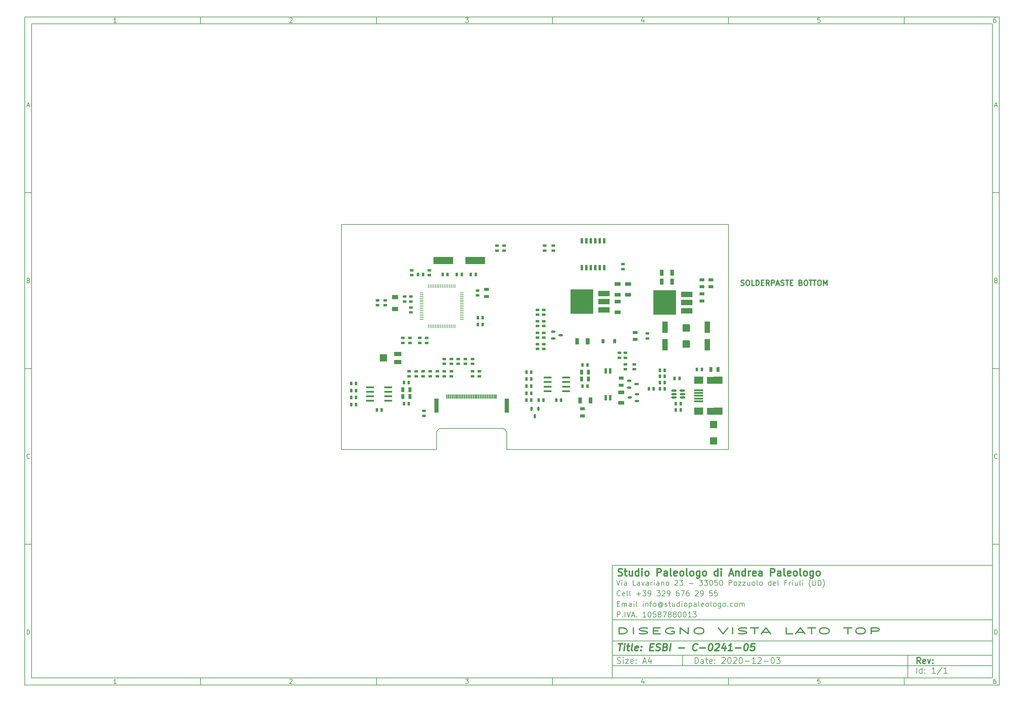
<source format=gbp>
G04 CAM350  V5.0 Date:  Thu Dec  3 11:13:47 2020 *
G04 Database: (Untitled) *
G04 Layer 3: c-0241-05-b_pas *
%FSLAX46Y46*%
%MOMM*%
%SFA1.000B1.000*%

%MIA0B0*%
%IPPOS*%
%ADD11C,0.15000*%
%ADD12C,0.34000*%
%ADD13C,0.40000*%
%ADD15C,0.30000*%
%ADD19R,0.80000X1.50000*%
%ADD20O,1.30000X0.60000*%
%ADD21R,0.72000X0.99000*%
%ADD22R,0.95000X1.45000*%
%ADD23R,0.25000X1.00000*%
%ADD24R,1.00000X0.25000*%
%ADD27R,0.99000X0.72000*%
%ADD30R,1.80000X1.05000*%
%ADD31R,1.05000X1.80000*%
%ADD32R,1.60000X3.20000*%
%ADD33R,1.45000X0.95000*%
%ADD34R,2.10000X2.10000*%
%ADD35R,3.20000X1.60000*%
%ADD36R,6.50000X7.00000*%
%ADD38R,0.30000X1.20000*%
%ADD44O,1.60000X0.60000*%
%ADD45R,5.60000X2.10000*%
%ADD46R,1.75000X1.15000*%
%ADD47R,0.90000X1.20000*%
%ADD49O,0.60000X1.30000*%
%ADD52R,1.20000X1.50000*%
%ADD53R,2.00000X2.00000*%
%ADD54R,2.00000X1.30000*%
%ADD55R,2.50000X0.50000*%
%ADD56R,2.50000X2.00000*%
%ADD59R,2.20000X0.60000*%
%LNc-0241-05-b_pas*%
G54D11*
%LPD*%
G36*
X26400000Y14400000D02*
G01X27600000D01*
Y10500000*
X26400000*
Y14400000*
G37*
G36*
X46400000D02*
G01X47600000D01*
Y10500000*
X46400000*
Y14400000*
G37*
G36*
X103900000Y20650000D02*
G01X108250000D01*
Y18650000*
X103900000*
Y20650000*
G37*
G36*
Y11850000D02*
G01X108250000D01*
Y9850000*
X103900000*
Y11850000*
G37*
G36*
X96950000Y35337500D02*
G01X96953986Y35383082D01*
X96965830Y35427280*
X96985168Y35468750*
X97011412Y35506230*
X97043768Y35538586*
X97081250Y35564830*
X97122718Y35584168*
X97166916Y35596012*
X97212500Y35600000*
X98787500*
X98833082Y35596012*
X98877280Y35584168*
X98918750Y35564830*
X98956230Y35538586*
X98988586Y35506230*
X99014830Y35468750*
X99034168Y35427280*
X99046012Y35383082*
X99050000Y35337500*
Y33762500*
X99046012Y33716916*
X99034168Y33672718*
X99014830Y33631250*
X98988586Y33593768*
X98956230Y33561412*
X98918750Y33535168*
X98877280Y33515830*
X98833082Y33503986*
X98787500Y33500000*
X97212500*
X97166916Y33503986*
X97122718Y33515830*
X97081250Y33535168*
X97043768Y33561412*
X97011412Y33593768*
X96985168Y33631250*
X96965830Y33672718*
X96953986Y33716916*
X96950000Y33762500*
Y35337500*
G37*
G36*
Y30737500D02*
G01X96953986Y30783082D01*
X96965830Y30827280*
X96985168Y30868750*
X97011412Y30906230*
X97043768Y30938586*
X97081250Y30964830*
X97122718Y30984168*
X97166916Y30996012*
X97212500Y31000000*
X98787500*
X98833082Y30996012*
X98877280Y30984168*
X98918750Y30964830*
X98956230Y30938586*
X98988586Y30906230*
X99014830Y30868750*
X99034168Y30827280*
X99046012Y30783082*
X99050000Y30737500*
Y29162500*
X99046012Y29116916*
X99034168Y29072718*
X99014830Y29031250*
X98988586Y28993768*
X98956230Y28961412*
X98918750Y28935168*
X98877280Y28915830*
X98833082Y28903986*
X98787500Y28900000*
X97212500*
X97166916Y28903986*
X97122718Y28915830*
X97081250Y28935168*
X97043768Y28961412*
X97011412Y28993768*
X96985168Y29031250*
X96965830Y29072718*
X96953986Y29116916*
X96950000Y29162500*
Y30737500*
G37*
G36*
X66475000Y31518750D02*
G01X66476992Y31541540D01*
X66482914Y31563640*
X66492584Y31584374*
X66505706Y31603114*
X66521884Y31619292*
X66540624Y31632414*
X66561358Y31642084*
X66583458Y31648006*
X66606250Y31650000*
X67393750*
X67416540Y31648006*
X67438640Y31642084*
X67459374Y31632414*
X67478114Y31619292*
X67494292Y31603114*
X67507414Y31584374*
X67517084Y31563640*
X67523006Y31541540*
X67525000Y31518750*
Y29981250*
X67523006Y29958458*
X67517084Y29936358*
X67507414Y29915624*
X67494292Y29896884*
X67478114Y29880706*
X67459374Y29867584*
X67438640Y29857914*
X67416540Y29851992*
X67393750Y29850000*
X66606250*
X66583458Y29851992*
X66561358Y29857914*
X66540624Y29867584*
X66521884Y29880706*
X66505706Y29896884*
X66492584Y29915624*
X66482914Y29936358*
X66476992Y29958458*
X66475000Y29981250*
Y31518750*
G37*
G36*
X69475000D02*
G01X69476992Y31541540D01*
X69482914Y31563640*
X69492584Y31584374*
X69505706Y31603114*
X69521884Y31619292*
X69540624Y31632414*
X69561358Y31642084*
X69583458Y31648006*
X69606250Y31650000*
X70393750*
X70416540Y31648006*
X70438640Y31642084*
X70459374Y31632414*
X70478114Y31619292*
X70494292Y31603114*
X70507414Y31584374*
X70517084Y31563640*
X70523006Y31541540*
X70525000Y31518750*
Y29981250*
X70523006Y29958458*
X70517084Y29936358*
X70507414Y29915624*
X70494292Y29896884*
X70478114Y29880706*
X70459374Y29867584*
X70438640Y29857914*
X70416540Y29851992*
X70393750Y29850000*
X69606250*
X69583458Y29851992*
X69561358Y29857914*
X69540624Y29867584*
X69521884Y29880706*
X69505706Y29896884*
X69492584Y29915624*
X69482914Y29936358*
X69476992Y29958458*
X69475000Y29981250*
Y31518750*
G37*
G54D19*
X75115000Y22300000D03*
X76385000D03*
Y14700000D03*
X75115000D03*
G54D20*
X81950000Y14750000D03*
X84050000Y13800000D03*
Y15700000D03*
G54D21*
X2810000Y16750000D03*
X4190000D03*
Y14750000D03*
X2810000D03*
G54D22*
X17500000Y17000000D03*
X19500000D03*
G54D21*
X4190000Y18750000D03*
X2810000D03*
G54D22*
X17500000Y15000000D03*
X19500000D03*
G54D21*
X4190000Y12750000D03*
X2810000D03*
X11440000Y11250000D03*
X10060000D03*
X17810000Y13000000D03*
X19190000D03*
Y19000000D03*
X17810000D03*
G54D23*
X24750000Y46450000D03*
X25250000D03*
X25750000D03*
X26250000D03*
X26750000D03*
X27250000D03*
X27750000D03*
X28250000D03*
X28750000D03*
X29250000D03*
X29750000D03*
X30250000D03*
X30750000D03*
X31250000D03*
X31750000D03*
X32250000D03*
G54D24*
X34200000Y44500000D03*
Y44000000D03*
Y43500000D03*
Y43000000D03*
Y42500000D03*
Y42000000D03*
Y41500000D03*
Y41000000D03*
Y40500000D03*
Y40000000D03*
Y39500000D03*
Y39000000D03*
Y38500000D03*
Y38000000D03*
Y37500000D03*
Y37000000D03*
G54D23*
X32250000Y35050000D03*
X31750000D03*
X31250000D03*
X30750000D03*
X30250000D03*
X29750000D03*
X29250000D03*
X28750000D03*
X28250000D03*
X27750000D03*
X27250000D03*
X26750000D03*
X26250000D03*
X25750000D03*
X25250000D03*
X24750000D03*
G54D24*
X22800000Y37000000D03*
Y37500000D03*
Y38000000D03*
Y38500000D03*
Y39000000D03*
Y39500000D03*
Y40000000D03*
Y40500000D03*
Y41000000D03*
Y41500000D03*
Y42000000D03*
Y42500000D03*
Y43000000D03*
Y43500000D03*
Y44000000D03*
Y44500000D03*
G54D27*
X25250000Y20810000D03*
Y22190000D03*
G54D30*
X81500000Y44000000D03*
Y47000000D03*
G54D31*
X91000000Y50250000D03*
X94000000D03*
G54D32*
X92000000Y29750000D03*
Y34750000D03*
X104000000D03*
Y29750000D03*
G54D31*
X91000000Y47750000D03*
X94000000D03*
G54D30*
X78500000Y42000000D03*
Y39000000D03*
Y44000000D03*
Y47000000D03*
G54D33*
X102500000Y44250000D03*
Y42250000D03*
X105000000Y46250000D03*
Y48250000D03*
X102500000D03*
Y46250000D03*
G54D34*
X105750000Y7050000D03*
Y2450000D03*
G54D35*
X74650000Y42000000D03*
G54D36*
X68375000D03*
G54D35*
X74625000Y39700000D03*
Y44300000D03*
X98125000Y44050000D03*
Y39450000D03*
G54D36*
X91875000Y41750000D03*
G54D35*
X98150000D03*
G54D22*
X105000000Y22750000D03*
X107000000D03*
G54D44*
X96900000Y16700000D03*
X96950000Y15750000D03*
Y14800000D03*
X94550000D03*
Y16700000D03*
Y15750000D03*
G54D45*
X29000000Y53750000D03*
X38000000D03*
G54D27*
X23500000Y9560000D03*
Y10940000D03*
X39250000Y20810000D03*
Y22190000D03*
X35250000Y25690000D03*
Y24310000D03*
X31250000Y20810000D03*
Y22190000D03*
X37250000Y20810000D03*
Y22190000D03*
X29250000Y25690000D03*
Y24310000D03*
X37250000D03*
Y25690000D03*
X31250000Y24310000D03*
Y25690000D03*
X33250000Y24310000D03*
Y25690000D03*
X29250000Y22190000D03*
Y20810000D03*
X19250000D03*
Y22190000D03*
X23250000Y20810000D03*
Y22190000D03*
X27250000Y20810000D03*
Y22190000D03*
X21250000Y20810000D03*
Y22190000D03*
X55750000Y39690000D03*
Y38310000D03*
Y35060000D03*
Y36440000D03*
Y29940000D03*
Y28560000D03*
X79000000Y26060000D03*
Y27440000D03*
X18000000Y43440000D03*
Y42060000D03*
X22250000Y30310000D03*
Y31690000D03*
G54D21*
X38810000Y35500000D03*
X40190000D03*
G54D33*
X41250000Y45500000D03*
Y43500000D03*
G54D27*
X83250000Y24190000D03*
Y22810000D03*
X24250000Y31690000D03*
Y30310000D03*
G54D21*
X40190000Y37500000D03*
X38810000D03*
G54D27*
X38750000Y45190000D03*
Y43810000D03*
X19750000Y42060000D03*
Y43440000D03*
G54D46*
X15250000Y43300000D03*
Y39900000D03*
G54D47*
X74350000Y30750000D03*
X77650000D03*
G54D49*
X55000000Y9450000D03*
X55950000Y11550000D03*
X54050000D03*
G54D20*
X60200000Y31550000D03*
Y33450000D03*
X62300000Y32500000D03*
G54D27*
X57500000Y38310000D03*
Y39690000D03*
Y36440000D03*
Y35060000D03*
Y29940000D03*
Y28560000D03*
X80750000Y26060000D03*
Y27440000D03*
Y24190000D03*
Y22810000D03*
G54D21*
X52560000Y14000000D03*
X53940000D03*
X56060000D03*
X57440000D03*
G54D27*
X17500000Y31690000D03*
Y30310000D03*
X19500000Y31690000D03*
Y30310000D03*
G54D33*
X83500000Y33250000D03*
Y31250000D03*
G54D27*
X19750000Y40340000D03*
Y38960000D03*
X55750000Y31810000D03*
Y33190000D03*
X57500000Y31810000D03*
Y33190000D03*
X87000000Y32940000D03*
Y31560000D03*
G54D38*
X44000000Y15000000D03*
X43500000D03*
X43000000D03*
X42500000D03*
X42000000D03*
X41500000D03*
X41000000D03*
X40500000D03*
X40000000D03*
X39500000D03*
X39000000D03*
X38500000D03*
X38000000D03*
X37500000D03*
X37000000D03*
X36500000D03*
X36000000D03*
X35500000D03*
X35000000D03*
X34500000D03*
X34000000D03*
X33500000D03*
X33000000D03*
X32500000D03*
X32000000D03*
X31500000D03*
X31000000D03*
X30500000D03*
X30000000D03*
G54D52*
X47000000Y13650000D03*
X27000000D03*
G54D53*
X12000000Y26000000D03*
G54D54*
X16000000Y24850000D03*
Y27150000D03*
G54D21*
X88790000Y17250000D03*
X87410000D03*
X90510000Y20750000D03*
X91890000D03*
G54D27*
X46250000Y57940000D03*
Y56560000D03*
G54D21*
X94710000Y20200000D03*
X96090000D03*
X102440000Y22750000D03*
X101060000D03*
X30190000Y49750000D03*
X28810000D03*
X38190000D03*
X36810000D03*
G54D27*
X20000000Y49560000D03*
Y50940000D03*
X25000000D03*
Y49560000D03*
G54D21*
X61060000Y14000000D03*
X62440000D03*
X68560000Y24000000D03*
X69940000D03*
Y18000000D03*
X68560000D03*
G54D55*
X101500000Y16850000D03*
Y13650000D03*
Y14450000D03*
Y15250000D03*
Y16050000D03*
G54D56*
X107000000Y19650000D03*
Y10850000D03*
X101500000D03*
Y19650000D03*
G54D21*
X90510000Y22500000D03*
X91890000D03*
X96440000Y13000000D03*
X95060000D03*
Y11250000D03*
X96440000D03*
G54D27*
X44250000Y56560000D03*
Y57940000D03*
G54D21*
X91890000Y19000000D03*
X90510000D03*
X32810000Y49750000D03*
X34190000D03*
X21810000D03*
X23190000D03*
G54D27*
X80000000Y52690000D03*
Y51310000D03*
X60250000Y56560000D03*
Y57940000D03*
X57750000Y56560000D03*
Y57940000D03*
G54D21*
X90510000Y17250000D03*
X91890000D03*
G54D22*
X70250000Y22000000D03*
X68250000D03*
X70250000Y20000000D03*
X68250000D03*
G54D21*
X52560000Y16000000D03*
X53940000D03*
X52560000Y18000000D03*
X53940000D03*
X52560000Y22000000D03*
X53940000D03*
Y20000000D03*
X52560000D03*
G54D19*
X74675000Y51700000D03*
X73405000D03*
Y59300000D03*
X74675000D03*
X70865000Y51700000D03*
X72135000D03*
X70865000Y59300000D03*
X72135000D03*
X69595000Y51700000D03*
X68325000Y59300000D03*
X69595000D03*
X68325000Y51700000D03*
G54D33*
X79500000Y20250000D03*
Y18250000D03*
X68525000Y9550000D03*
Y11550000D03*
G54D30*
X79500000Y16250000D03*
Y13250000D03*
G54D31*
X67800000Y13950000D03*
X70800000D03*
G54D27*
X12500000Y41000000D03*
Y42380000D03*
X10250000D03*
Y41000000D03*
G54D20*
X81850000Y17600000D03*
Y19500000D03*
X83950000Y18550000D03*
G54D59*
X13350000Y13840000D03*
Y15110000D03*
Y16390000D03*
Y17660000D03*
X8150000D03*
Y16390000D03*
Y15110000D03*
Y13840000D03*
X58650000Y16590000D03*
Y17860000D03*
Y19140000D03*
Y20410000D03*
X63850000D03*
Y19140000D03*
Y17860000D03*
Y16590000D03*
G54D11*
X77002200Y-33007200D02*
G01Y-65007200D01*
X185002200*
Y-33007200*
X77002200*
X-90000000Y123000000D02*
G01Y-67007200D01*
X187002200*
Y123000000*
X-90000000*
X-88000000Y121000000D02*
G01Y-65007200D01*
X185002200*
Y121000000*
X-88000000*
X-40000000D02*
G01Y123000000D01*
X10000000Y121000000D02*
G01Y123000000D01*
X60000000Y121000000D02*
G01Y123000000D01*
X110000000Y121000000D02*
G01Y123000000D01*
X160000000Y121000000D02*
G01Y123000000D01*
X-63934524Y121411906D02*
G01X-64677382D01*
X-64305954D02*
G01Y122711906D01*
X-64429762Y122526192*
X-64553572Y122402382*
X-64677382Y122340478*
X-14677382Y122588096D02*
G01X-14615478Y122650000D01*
X-14491668Y122711906*
X-14182144*
X-14058334Y122650000*
X-13996430Y122588096*
X-13934524Y122464286*
Y122340478*
X-13996430Y122154762*
X-14739286Y121411906*
X-13934524*
X35260714Y122711906D02*
G01X36065476D01*
X35632142Y122216668*
X35817858*
X35941666Y122154762*
X36003572Y122092858*
X36065476Y121969048*
Y121659524*
X36003572Y121535716*
X35941666Y121473810*
X35817858Y121411906*
X35446428*
X35322620Y121473810*
X35260714Y121535716*
X85941666Y122278572D02*
G01Y121411906D01*
X85632142Y122773810D02*
G01X85322620Y121845240D01*
X86127380*
X136003572Y122711906D02*
G01X135384524D01*
X135322620Y122092858*
X135384524Y122154762*
X135508334Y122216668*
X135817858*
X135941666Y122154762*
X136003572Y122092858*
X136065476Y121969048*
Y121659524*
X136003572Y121535716*
X135941666Y121473810*
X135817858Y121411906*
X135508334*
X135384524Y121473810*
X135322620Y121535716*
X185941666Y122711906D02*
G01X185694048D01*
X185570238Y122650000*
X185508334Y122588096*
X185384524Y122402382*
X185322620Y122154762*
Y121659524*
X185384524Y121535716*
X185446428Y121473810*
X185570238Y121411906*
X185817858*
X185941666Y121473810*
X186003572Y121535716*
X186065476Y121659524*
Y121969048*
X186003572Y122092858*
X185941666Y122154762*
X185817858Y122216668*
X185570238*
X185446428Y122154762*
X185384524Y122092858*
X185322620Y121969048*
X-40000000Y-65007200D02*
G01Y-67007200D01*
X10000000Y-65007200D02*
G01Y-67007200D01*
X60000000Y-65007200D02*
G01Y-67007200D01*
X110000000Y-65007200D02*
G01Y-67007200D01*
X160000000Y-65007200D02*
G01Y-67007200D01*
X-63934524Y-66595294D02*
G01X-64677382D01*
X-64305954D02*
G01Y-65295294D01*
X-64429762Y-65481010*
X-64553572Y-65604820*
X-64677382Y-65666724*
X-14677382Y-65419104D02*
G01X-14615478Y-65357200D01*
X-14491668Y-65295294*
X-14182144*
X-14058334Y-65357200*
X-13996430Y-65419104*
X-13934524Y-65542914*
Y-65666724*
X-13996430Y-65852438*
X-14739286Y-66595294*
X-13934524*
X35260714Y-65295294D02*
G01X36065476D01*
X35632142Y-65790534*
X35817858*
X35941666Y-65852438*
X36003572Y-65914342*
X36065476Y-66038152*
Y-66347676*
X36003572Y-66471486*
X35941666Y-66533390*
X35817858Y-66595294*
X35446428*
X35322620Y-66533390*
X35260714Y-66471486*
X85941666Y-65728628D02*
G01Y-66595294D01*
X85632142Y-65233390D02*
G01X85322620Y-66161962D01*
X86127380*
X136003572Y-65295294D02*
G01X135384524D01*
X135322620Y-65914342*
X135384524Y-65852438*
X135508334Y-65790534*
X135817858*
X135941666Y-65852438*
X136003572Y-65914342*
X136065476Y-66038152*
Y-66347676*
X136003572Y-66471486*
X135941666Y-66533390*
X135817858Y-66595294*
X135508334*
X135384524Y-66533390*
X135322620Y-66471486*
X185941666Y-65295294D02*
G01X185694048D01*
X185570238Y-65357200*
X185508334Y-65419104*
X185384524Y-65604820*
X185322620Y-65852438*
Y-66347676*
X185384524Y-66471486*
X185446428Y-66533390*
X185570238Y-66595294*
X185817858*
X185941666Y-66533390*
X186003572Y-66471486*
X186065476Y-66347676*
Y-66038152*
X186003572Y-65914342*
X185941666Y-65852438*
X185817858Y-65790534*
X185570238*
X185446428Y-65852438*
X185384524Y-65914342*
X185322620Y-66038152*
X-90000000Y73000000D02*
G01X-88000000D01*
X-90000000Y23000000D02*
G01X-88000000D01*
X-90000000Y-27000000D02*
G01X-88000000D01*
X-89309524Y97783334D02*
G01X-88690478D01*
X-89433334Y97411906D02*
G01X-89000000Y98711906D01*
X-88566668Y97411906*
X-88907144Y48092858D02*
G01X-88721430Y48030954D01*
X-88659524Y47969048*
X-88597620Y47845240*
Y47659524*
X-88659524Y47535716*
X-88721430Y47473810*
X-88845240Y47411906*
X-89340478*
Y48711906*
X-88907144*
X-88783334Y48650000*
X-88721430Y48588096*
X-88659524Y48464286*
Y48340478*
X-88721430Y48216668*
X-88783334Y48154762*
X-88907144Y48092858*
X-89340478*
X-88597620Y-2464286D02*
G01X-88659524Y-2526190D01*
X-88845240Y-2588096*
X-88969048*
X-89154762Y-2526190*
X-89278572Y-2402380*
X-89340478Y-2278572*
X-89402382Y-2030952*
Y-1845238*
X-89340478Y-1597620*
X-89278572Y-1473810*
X-89154762Y-1350000*
X-88969048Y-1288096*
X-88845240*
X-88659524Y-1350000*
X-88597620Y-1411904*
X-89340478Y-52588096D02*
G01Y-51288096D01*
X-89030954*
X-88845240Y-51350000*
X-88721430Y-51473810*
X-88659524Y-51597620*
X-88597620Y-51845238*
Y-52030952*
X-88659524Y-52278572*
X-88721430Y-52402380*
X-88845240Y-52526190*
X-89030954Y-52588096*
X-89340478*
X187002200Y73000000D02*
G01X185002200D01*
X187002200Y23000000D02*
G01X185002200D01*
X187002200Y-27000000D02*
G01X185002200D01*
X185692676Y97783334D02*
G01X186311724D01*
X185568866Y97411906D02*
G01X186002200Y98711906D01*
X186435534Y97411906*
X186095058Y48092858D02*
G01X186280772Y48030954D01*
X186342676Y47969048*
X186404580Y47845240*
Y47659524*
X186342676Y47535716*
X186280772Y47473810*
X186156962Y47411906*
X185661724*
Y48711906*
X186095058*
X186218866Y48650000*
X186280772Y48588096*
X186342676Y48464286*
Y48340478*
X186280772Y48216668*
X186218866Y48154762*
X186095058Y48092858*
X185661724*
X186404580Y-2464286D02*
G01X186342676Y-2526190D01*
X186156962Y-2588096*
X186033152*
X185847438Y-2526190*
X185723628Y-2402380*
X185661724Y-2278572*
X185599820Y-2030952*
Y-1845238*
X185661724Y-1597620*
X185723628Y-1473810*
X185847438Y-1350000*
X186033152Y-1288096*
X186156962*
X186342676Y-1350000*
X186404580Y-1411904*
X185661724Y-52588096D02*
G01Y-51288096D01*
X185971248*
X186156962Y-51350000*
X186280772Y-51473810*
X186342676Y-51597620*
X186404580Y-51845238*
Y-52030952*
X186342676Y-52278572*
X186280772Y-52402380*
X186156962Y-52526190*
X185971248Y-52588096*
X185661724*
X100481962Y-60876248D02*
G01Y-59176248D01*
X100886724*
X101129580Y-59257200*
X101291486Y-59419104*
X101372438Y-59581010*
X101453390Y-59904820*
Y-60147676*
X101372438Y-60471486*
X101291486Y-60633390*
X101129580Y-60795296*
X100886724Y-60876248*
X100481962*
X102910534D02*
G01Y-59985772D01*
X102829580Y-59823866*
X102667676Y-59742914*
X102343866*
X102181962Y-59823866*
X102910534Y-60795296D02*
G01X102748628Y-60876248D01*
X102343866*
X102181962Y-60795296*
X102101010Y-60633390*
Y-60471486*
X102181962Y-60309580*
X102343866Y-60228628*
X102748628*
X102910534Y-60147676*
X103477200Y-59742914D02*
G01X104124820D01*
X103720058Y-59176248D02*
G01Y-60633390D01*
X103801010Y-60795296*
X103962914Y-60876248*
X104124820*
X105339104Y-60795296D02*
G01X105177200Y-60876248D01*
X104853390*
X104691486Y-60795296*
X104610534Y-60633390*
Y-59985772*
X104691486Y-59823866*
X104853390Y-59742914*
X105177200*
X105339104Y-59823866*
X105420058Y-59985772*
Y-60147676*
X104610534Y-60309580*
X106148628Y-60714342D02*
G01X106229580Y-60795296D01*
X106148628Y-60876248*
X106067676Y-60795296*
X106148628Y-60714342*
Y-60876248*
Y-59823866D02*
G01X106229580Y-59904820D01*
X106148628Y-59985772*
X106067676Y-59904820*
X106148628Y-59823866*
Y-59985772*
X108172438Y-59338152D02*
G01X108253390Y-59257200D01*
X108415296Y-59176248*
X108820058*
X108981962Y-59257200*
X109062914Y-59338152*
X109143866Y-59500058*
Y-59661962*
X109062914Y-59904820*
X108091486Y-60876248*
X109143866*
X110196248Y-59176248D02*
G01X110358152D01*
X110520058Y-59257200*
X110601010Y-59338152*
X110681962Y-59500058*
X110762914Y-59823866*
Y-60228628*
X110681962Y-60552438*
X110601010Y-60714342*
X110520058Y-60795296*
X110358152Y-60876248*
X110196248*
X110034342Y-60795296*
X109953390Y-60714342*
X109872438Y-60552438*
X109791486Y-60228628*
Y-59823866*
X109872438Y-59500058*
X109953390Y-59338152*
X110034342Y-59257200*
X110196248Y-59176248*
X111410534Y-59338152D02*
G01X111491486Y-59257200D01*
X111653390Y-59176248*
X112058152*
X112220058Y-59257200*
X112301010Y-59338152*
X112381962Y-59500058*
Y-59661962*
X112301010Y-59904820*
X111329580Y-60876248*
X112381962*
X113434342Y-59176248D02*
G01X113596248D01*
X113758152Y-59257200*
X113839104Y-59338152*
X113920058Y-59500058*
X114001010Y-59823866*
Y-60228628*
X113920058Y-60552438*
X113839104Y-60714342*
X113758152Y-60795296*
X113596248Y-60876248*
X113434342*
X113272438Y-60795296*
X113191486Y-60714342*
X113110534Y-60552438*
X113029580Y-60228628*
Y-59823866*
X113110534Y-59500058*
X113191486Y-59338152*
X113272438Y-59257200*
X113434342Y-59176248*
X114729580Y-60228628D02*
G01X116024820D01*
X117724820Y-60876248D02*
G01X116753390D01*
X117239104D02*
G01Y-59176248D01*
X117077200Y-59419104*
X116915296Y-59581010*
X116753390Y-59661962*
X118372438Y-59338152D02*
G01X118453390Y-59257200D01*
X118615296Y-59176248*
X119020058*
X119181962Y-59257200*
X119262914Y-59338152*
X119343866Y-59500058*
Y-59661962*
X119262914Y-59904820*
X118291486Y-60876248*
X119343866*
X120072438Y-60228628D02*
G01X121367676D01*
X122501010Y-59176248D02*
G01X122662914D01*
X122824820Y-59257200*
X122905772Y-59338152*
X122986724Y-59500058*
X123067676Y-59823866*
Y-60228628*
X122986724Y-60552438*
X122905772Y-60714342*
X122824820Y-60795296*
X122662914Y-60876248*
X122501010*
X122339104Y-60795296*
X122258152Y-60714342*
X122177200Y-60552438*
X122096248Y-60228628*
Y-59823866*
X122177200Y-59500058*
X122258152Y-59338152*
X122339104Y-59257200*
X122501010Y-59176248*
X123634342D02*
G01X124686724D01*
X124120058Y-59823866*
X124362914*
X124524820Y-59904820*
X124605772Y-59985772*
X124686724Y-60147676*
Y-60552438*
X124605772Y-60714342*
X124524820Y-60795296*
X124362914Y-60876248*
X123877200*
X123715296Y-60795296*
X123634342Y-60714342*
X77002200Y-61507200D02*
G01X185002200D01*
X77002200Y-58507200D02*
G01X185002200D01*
G54D12*
X164599390Y-60876248D02*
G01X164032724Y-60066724D01*
X163627962Y-60876248D02*
G01Y-59176248D01*
X164275580*
X164437486Y-59257200*
X164518438Y-59338152*
X164599390Y-59500058*
Y-59742914*
X164518438Y-59904820*
X164437486Y-59985772*
X164275580Y-60066724*
X163627962*
X165975580Y-60795296D02*
G01X165813676Y-60876248D01*
X165489866*
X165327962Y-60795296*
X165247010Y-60633390*
Y-59985772*
X165327962Y-59823866*
X165489866Y-59742914*
X165813676*
X165975580Y-59823866*
X166056534Y-59985772*
Y-60147676*
X165247010Y-60309580*
X166623200Y-59742914D02*
G01X167027962Y-60876248D01*
X167432724Y-59742914*
X168080342Y-60714342D02*
G01X168161296Y-60795296D01*
X168080342Y-60876248*
X167999390Y-60795296*
X168080342Y-60714342*
Y-60876248*
Y-59823866D02*
G01X168161296Y-59904820D01*
X168080342Y-59985772*
X167999390Y-59904820*
X168080342Y-59823866*
Y-59985772*
G54D11*
X78401010Y-60795296D02*
G01X78643866Y-60876248D01*
X79048628*
X79210534Y-60795296*
X79291486Y-60714342*
X79372438Y-60552438*
Y-60390534*
X79291486Y-60228628*
X79210534Y-60147676*
X79048628Y-60066724*
X78724820Y-59985772*
X78562914Y-59904820*
X78481962Y-59823866*
X78401010Y-59661962*
Y-59500058*
X78481962Y-59338152*
X78562914Y-59257200*
X78724820Y-59176248*
X79129580*
X79372438Y-59257200*
X80101010Y-60876248D02*
G01Y-59742914D01*
Y-59176248D02*
G01X80020058Y-59257200D01*
X80101010Y-59338152*
X80181962Y-59257200*
X80101010Y-59176248*
Y-59338152*
X80748628Y-59742914D02*
G01X81639104D01*
X80748628Y-60876248*
X81639104*
X82934342Y-60795296D02*
G01X82772438Y-60876248D01*
X82448628*
X82286724Y-60795296*
X82205772Y-60633390*
Y-59985772*
X82286724Y-59823866*
X82448628Y-59742914*
X82772438*
X82934342Y-59823866*
X83015296Y-59985772*
Y-60147676*
X82205772Y-60309580*
X83743866Y-60714342D02*
G01X83824820Y-60795296D01*
X83743866Y-60876248*
X83662914Y-60795296*
X83743866Y-60714342*
Y-60876248*
Y-59823866D02*
G01X83824820Y-59904820D01*
X83743866Y-59985772*
X83662914Y-59904820*
X83743866Y-59823866*
Y-59985772*
X85767676Y-60390534D02*
G01X86577200D01*
X85605772Y-60876248D02*
G01X86172438Y-59176248D01*
X86739104Y-60876248*
X88034342Y-59742914D02*
G01Y-60876248D01*
X87629580Y-59095296D02*
G01X87224820Y-60309580D01*
X88277200*
X163481962Y-63676248D02*
G01Y-61976248D01*
X165020058Y-63676248D02*
G01Y-61976248D01*
Y-63595296D02*
G01X164858152Y-63676248D01*
X164534342*
X164372438Y-63595296*
X164291486Y-63514342*
X164210534Y-63352438*
Y-62866724*
X164291486Y-62704820*
X164372438Y-62623866*
X164534342Y-62542914*
X164858152*
X165020058Y-62623866*
X165829580Y-63514342D02*
G01X165910534Y-63595296D01*
X165829580Y-63676248*
X165748628Y-63595296*
X165829580Y-63514342*
Y-63676248*
Y-62623866D02*
G01X165910534Y-62704820D01*
X165829580Y-62785772*
X165748628Y-62704820*
X165829580Y-62623866*
Y-62785772*
X168824820Y-63676248D02*
G01X167853390D01*
X168339104D02*
G01Y-61976248D01*
X168177200Y-62219104*
X168015296Y-62381010*
X167853390Y-62461962*
X170767676Y-61895296D02*
G01X169310534Y-64081008D01*
X172224820Y-63676248D02*
G01X171253390D01*
X171739104D02*
G01Y-61976248D01*
X171577200Y-62219104*
X171415296Y-62381010*
X171253390Y-62461962*
X77002200Y-54507200D02*
G01X185002200D01*
G54D13*
X78714580Y-55211962D02*
G01X79857438D01*
X79036010Y-57211962D02*
G01X79286010Y-55211962D01*
X80274104Y-57211962D02*
G01X80440772Y-55878628D01*
X80524104Y-55211962D02*
G01X80416962Y-55307200D01*
X80500296Y-55402438*
X80607438Y-55307200*
X80524104Y-55211962*
X80500296Y-55402438*
X81107438Y-55878628D02*
G01X81869342D01*
X81476486Y-55211962D02*
G01X81262200Y-56926248D01*
X81333628Y-57116724*
X81512200Y-57211962*
X81702676*
X82655058D02*
G01X82476486Y-57116724D01*
X82405058Y-56926248*
X82619342Y-55211962*
X84190772Y-57116724D02*
G01X83988390Y-57211962D01*
X83607438*
X83428866Y-57116724*
X83357438Y-56926248*
X83452676Y-56164342*
X83571724Y-55973866*
X83774104Y-55878628*
X84155058*
X84333628Y-55973866*
X84405058Y-56164342*
X84381248Y-56354820*
X83405058Y-56545296*
X85155058Y-57021486D02*
G01X85238390Y-57116724D01*
X85131248Y-57211962*
X85047914Y-57116724*
X85155058Y-57021486*
X85131248Y-57211962*
X85286010Y-55973866D02*
G01X85369342Y-56069104D01*
X85262200Y-56164342*
X85178866Y-56069104*
X85286010Y-55973866*
X85262200Y-56164342*
X87738390D02*
G01X88405058D01*
X88559820Y-57211962D02*
G01X87607438D01*
X87857438Y-55211962*
X88809820*
X89333628Y-57116724D02*
G01X89607438Y-57211962D01*
X90083628*
X90286010Y-57116724*
X90393152Y-57021486*
X90512200Y-56831010*
X90536010Y-56640534*
X90464580Y-56450058*
X90381248Y-56354820*
X90202676Y-56259580*
X89833628Y-56164342*
X89655058Y-56069104*
X89571724Y-55973866*
X89500296Y-55783390*
X89524104Y-55592914*
X89643152Y-55402438*
X89750296Y-55307200*
X89952676Y-55211962*
X90428866*
X90702676Y-55307200*
X92119342Y-56164342D02*
G01X92393152Y-56259580D01*
X92476486Y-56354820*
X92547914Y-56545296*
X92512200Y-56831010*
X92393152Y-57021486*
X92286010Y-57116724*
X92083628Y-57211962*
X91321724*
X91571724Y-55211962*
X92238390*
X92416962Y-55307200*
X92500296Y-55402438*
X92571724Y-55592914*
X92547914Y-55783390*
X92428866Y-55973866*
X92321724Y-56069104*
X92119342Y-56164342*
X91452676*
X93321724Y-57211962D02*
G01X93571724Y-55211962D01*
X95893152Y-56450058D02*
G01X97416962D01*
X100964580Y-57021486D02*
G01X100857438Y-57116724D01*
X100559820Y-57211962*
X100369342*
X100095534Y-57116724*
X99928866Y-56926248*
X99857438Y-56735772*
X99809820Y-56354820*
X99845534Y-56069104*
X99988390Y-55688152*
X100107438Y-55497676*
X100321724Y-55307200*
X100619342Y-55211962*
X100809820*
X101083628Y-55307200*
X101166962Y-55402438*
X101893152Y-56450058D02*
G01X103416962D01*
X104905058Y-55211962D02*
G01X105095534D01*
X105274104Y-55307200*
X105357438Y-55402438*
X105428866Y-55592914*
X105476486Y-55973866*
X105416962Y-56450058*
X105274104Y-56831010*
X105155058Y-57021486*
X105047914Y-57116724*
X104845534Y-57211962*
X104655058*
X104476486Y-57116724*
X104393152Y-57021486*
X104321724Y-56831010*
X104274104Y-56450058*
X104333628Y-55973866*
X104476486Y-55592914*
X104595534Y-55402438*
X104702676Y-55307200*
X104905058Y-55211962*
X106309820Y-55402438D02*
G01X106416962Y-55307200D01*
X106619342Y-55211962*
X107095534*
X107274104Y-55307200*
X107357438Y-55402438*
X107428866Y-55592914*
X107405058Y-55783390*
X107274104Y-56069104*
X105988390Y-57211962*
X107226486*
X109107438Y-55878628D02*
G01X108940772Y-57211962D01*
X108726486Y-55116724D02*
G01X108071724Y-56545296D01*
X109309820*
X111036010Y-57211962D02*
G01X109893152D01*
X110464580D02*
G01X110714580Y-55211962D01*
X110488390Y-55497676*
X110274104Y-55688152*
X110071724Y-55783390*
X111988390Y-56450058D02*
G01X113512200D01*
X115000296Y-55211962D02*
G01X115190772D01*
X115369342Y-55307200*
X115452676Y-55402438*
X115524104Y-55592914*
X115571724Y-55973866*
X115512200Y-56450058*
X115369342Y-56831010*
X115250296Y-57021486*
X115143152Y-57116724*
X114940772Y-57211962*
X114750296*
X114571724Y-57116724*
X114488390Y-57021486*
X114416962Y-56831010*
X114369342Y-56450058*
X114428866Y-55973866*
X114571724Y-55592914*
X114690772Y-55402438*
X114797914Y-55307200*
X115000296Y-55211962*
X117476486D02*
G01X116524104D01*
X116309820Y-56164342*
X116416962Y-56069104*
X116619342Y-55973866*
X117095534*
X117274104Y-56069104*
X117357438Y-56164342*
X117428866Y-56354820*
X117369342Y-56831010*
X117250296Y-57021486*
X117143152Y-57116724*
X116940772Y-57211962*
X116464580*
X116286010Y-57116724*
X116202676Y-57021486*
G54D11*
X77002200Y-48507200D02*
G01X185002200D01*
X78434342Y-43900058D02*
G01X78934342D01*
X79148628Y-44685772D02*
G01X78434342D01*
Y-43185772*
X79148628*
X79791486Y-44685772D02*
G01Y-43685772D01*
Y-43828628D02*
G01X79862914Y-43757200D01*
X80005772Y-43685772*
X80220058*
X80362914Y-43757200*
X80434342Y-43900058*
Y-44685772*
Y-43900058D02*
G01X80505772Y-43757200D01*
X80648628Y-43685772*
X80862914*
X81005772Y-43757200*
X81077200Y-43900058*
Y-44685772*
X82434342D02*
G01Y-43900058D01*
X82362914Y-43757200*
X82220058Y-43685772*
X81934342*
X81791486Y-43757200*
X82434342Y-44614342D02*
G01X82291486Y-44685772D01*
X81934342*
X81791486Y-44614342*
X81720058Y-44471486*
Y-44328628*
X81791486Y-44185772*
X81934342Y-44114342*
X82291486*
X82434342Y-44042914*
X83148628Y-44685772D02*
G01Y-43685772D01*
Y-43185772D02*
G01X83077200Y-43257200D01*
X83148628Y-43328628*
X83220058Y-43257200*
X83148628Y-43185772*
Y-43328628*
X84077200Y-44685772D02*
G01X83934342Y-44614342D01*
X83862914Y-44471486*
Y-43185772*
X85791486Y-44685772D02*
G01Y-43685772D01*
Y-43185772D02*
G01X85720058Y-43257200D01*
X85791486Y-43328628*
X85862914Y-43257200*
X85791486Y-43185772*
Y-43328628*
X86505772Y-43685772D02*
G01Y-44685772D01*
Y-43828628D02*
G01X86577200Y-43757200D01*
X86720058Y-43685772*
X86934342*
X87077200Y-43757200*
X87148628Y-43900058*
Y-44685772*
X87648628Y-43685772D02*
G01X88220058D01*
X87862914Y-44685772D02*
G01Y-43400058D01*
X87934342Y-43257200*
X88077200Y-43185772*
X88220058*
X88934342Y-44685772D02*
G01X88791486Y-44614342D01*
X88720058Y-44542914*
X88648628Y-44400058*
Y-43971486*
X88720058Y-43828628*
X88791486Y-43757200*
X88934342Y-43685772*
X89148628*
X89291486Y-43757200*
X89362914Y-43828628*
X89434342Y-43971486*
Y-44400058*
X89362914Y-44542914*
X89291486Y-44614342*
X89148628Y-44685772*
X88934342*
X91005772Y-43971486D02*
G01X90934342Y-43900058D01*
X90791486Y-43828628*
X90648628*
X90505772Y-43900058*
X90434342Y-43971486*
X90362914Y-44114342*
Y-44257200*
X90434342Y-44400058*
X90505772Y-44471486*
X90648628Y-44542914*
X90791486*
X90934342Y-44471486*
X91005772Y-44400058*
Y-43828628D02*
G01Y-44400058D01*
X91077200Y-44471486*
X91148628*
X91291486Y-44400058*
X91362914Y-44257200*
Y-43900058*
X91220058Y-43685772*
X91005772Y-43542914*
X90720058Y-43471486*
X90434342Y-43542914*
X90220058Y-43685772*
X90077200Y-43900058*
X90005772Y-44185772*
X90077200Y-44471486*
X90220058Y-44685772*
X90434342Y-44828628*
X90720058Y-44900058*
X91005772Y-44828628*
X91220058Y-44685772*
X91934342Y-44614342D02*
G01X92077200Y-44685772D01*
X92362914*
X92505772Y-44614342*
X92577200Y-44471486*
Y-44400058*
X92505772Y-44257200*
X92362914Y-44185772*
X92148628*
X92005772Y-44114342*
X91934342Y-43971486*
Y-43900058*
X92005772Y-43757200*
X92148628Y-43685772*
X92362914*
X92505772Y-43757200*
X93005772Y-43685772D02*
G01X93577200D01*
X93220058Y-43185772D02*
G01Y-44471486D01*
X93291486Y-44614342*
X93434342Y-44685772*
X93577200*
X94720058Y-43685772D02*
G01Y-44685772D01*
X94077200Y-43685772D02*
G01Y-44471486D01*
X94148628Y-44614342*
X94291486Y-44685772*
X94505772*
X94648628Y-44614342*
X94720058Y-44542914*
X96077200Y-44685772D02*
G01Y-43185772D01*
Y-44614342D02*
G01X95934342Y-44685772D01*
X95648628*
X95505772Y-44614342*
X95434342Y-44542914*
X95362914Y-44400058*
Y-43971486*
X95434342Y-43828628*
X95505772Y-43757200*
X95648628Y-43685772*
X95934342*
X96077200Y-43757200*
X96791486Y-44685772D02*
G01Y-43685772D01*
Y-43185772D02*
G01X96720058Y-43257200D01*
X96791486Y-43328628*
X96862914Y-43257200*
X96791486Y-43185772*
Y-43328628*
X97720058Y-44685772D02*
G01X97577200Y-44614342D01*
X97505772Y-44542914*
X97434342Y-44400058*
Y-43971486*
X97505772Y-43828628*
X97577200Y-43757200*
X97720058Y-43685772*
X97934342*
X98077200Y-43757200*
X98148628Y-43828628*
X98220058Y-43971486*
Y-44400058*
X98148628Y-44542914*
X98077200Y-44614342*
X97934342Y-44685772*
X97720058*
X98862914Y-43685772D02*
G01Y-45185772D01*
Y-43757200D02*
G01X99005772Y-43685772D01*
X99291486*
X99434342Y-43757200*
X99505772Y-43828628*
X99577200Y-43971486*
Y-44400058*
X99505772Y-44542914*
X99434342Y-44614342*
X99291486Y-44685772*
X99005772*
X98862914Y-44614342*
X100862914Y-44685772D02*
G01Y-43900058D01*
X100791486Y-43757200*
X100648628Y-43685772*
X100362914*
X100220058Y-43757200*
X100862914Y-44614342D02*
G01X100720058Y-44685772D01*
X100362914*
X100220058Y-44614342*
X100148628Y-44471486*
Y-44328628*
X100220058Y-44185772*
X100362914Y-44114342*
X100720058*
X100862914Y-44042914*
X101791486Y-44685772D02*
G01X101648628Y-44614342D01*
X101577200Y-44471486*
Y-43185772*
X102934342Y-44614342D02*
G01X102791486Y-44685772D01*
X102505772*
X102362914Y-44614342*
X102291486Y-44471486*
Y-43900058*
X102362914Y-43757200*
X102505772Y-43685772*
X102791486*
X102934342Y-43757200*
X103005772Y-43900058*
Y-44042914*
X102291486Y-44185772*
X103862914Y-44685772D02*
G01X103720058Y-44614342D01*
X103648628Y-44542914*
X103577200Y-44400058*
Y-43971486*
X103648628Y-43828628*
X103720058Y-43757200*
X103862914Y-43685772*
X104077200*
X104220058Y-43757200*
X104291486Y-43828628*
X104362914Y-43971486*
Y-44400058*
X104291486Y-44542914*
X104220058Y-44614342*
X104077200Y-44685772*
X103862914*
X105220058D02*
G01X105077200Y-44614342D01*
X105005772Y-44471486*
Y-43185772*
X106005772Y-44685772D02*
G01X105862914Y-44614342D01*
X105791486Y-44542914*
X105720058Y-44400058*
Y-43971486*
X105791486Y-43828628*
X105862914Y-43757200*
X106005772Y-43685772*
X106220058*
X106362914Y-43757200*
X106434342Y-43828628*
X106505772Y-43971486*
Y-44400058*
X106434342Y-44542914*
X106362914Y-44614342*
X106220058Y-44685772*
X106005772*
X107791486Y-43685772D02*
G01Y-44900058D01*
X107720058Y-45042914*
X107648628Y-45114342*
X107505772Y-45185772*
X107291486*
X107148628Y-45114342*
X107791486Y-44614342D02*
G01X107648628Y-44685772D01*
X107362914*
X107220058Y-44614342*
X107148628Y-44542914*
X107077200Y-44400058*
Y-43971486*
X107148628Y-43828628*
X107220058Y-43757200*
X107362914Y-43685772*
X107648628*
X107791486Y-43757200*
X108720058Y-44685772D02*
G01X108577200Y-44614342D01*
X108505772Y-44542914*
X108434342Y-44400058*
Y-43971486*
X108505772Y-43828628*
X108577200Y-43757200*
X108720058Y-43685772*
X108934342*
X109077200Y-43757200*
X109148628Y-43828628*
X109220058Y-43971486*
Y-44400058*
X109148628Y-44542914*
X109077200Y-44614342*
X108934342Y-44685772*
X108720058*
X109862914Y-44542914D02*
G01X109934342Y-44614342D01*
X109862914Y-44685772*
X109791486Y-44614342*
X109862914Y-44542914*
Y-44685772*
X111220058Y-44614342D02*
G01X111077200Y-44685772D01*
X110791486*
X110648628Y-44614342*
X110577200Y-44542914*
X110505772Y-44400058*
Y-43971486*
X110577200Y-43828628*
X110648628Y-43757200*
X110791486Y-43685772*
X111077200*
X111220058Y-43757200*
X112077200Y-44685772D02*
G01X111934342Y-44614342D01*
X111862914Y-44542914*
X111791486Y-44400058*
Y-43971486*
X111862914Y-43828628*
X111934342Y-43757200*
X112077200Y-43685772*
X112291486*
X112434342Y-43757200*
X112505772Y-43828628*
X112577200Y-43971486*
Y-44400058*
X112505772Y-44542914*
X112434342Y-44614342*
X112291486Y-44685772*
X112077200*
X113220058D02*
G01Y-43685772D01*
Y-43828628D02*
G01X113291486Y-43757200D01*
X113434342Y-43685772*
X113648628*
X113791486Y-43757200*
X113862914Y-43900058*
Y-44685772*
Y-43900058D02*
G01X113934342Y-43757200D01*
X114077200Y-43685772*
X114291486*
X114434342Y-43757200*
X114505772Y-43900058*
Y-44685772*
X79291486Y-41542914D02*
G01X79220058Y-41614342D01*
X79005772Y-41685772*
X78862914*
X78648628Y-41614342*
X78505772Y-41471486*
X78434342Y-41328628*
X78362914Y-41042914*
Y-40828628*
X78434342Y-40542914*
X78505772Y-40400058*
X78648628Y-40257200*
X78862914Y-40185772*
X79005772*
X79220058Y-40257200*
X79291486Y-40328628*
X80505772Y-41614342D02*
G01X80362914Y-41685772D01*
X80077200*
X79934342Y-41614342*
X79862914Y-41471486*
Y-40900058*
X79934342Y-40757200*
X80077200Y-40685772*
X80362914*
X80505772Y-40757200*
X80577200Y-40900058*
Y-41042914*
X79862914Y-41185772*
X81434342Y-41685772D02*
G01X81291486Y-41614342D01*
X81220058Y-41471486*
Y-40185772*
X82220058Y-41685772D02*
G01X82077200Y-41614342D01*
X82005772Y-41471486*
Y-40185772*
X83934342Y-41114342D02*
G01X85077200D01*
X84505772Y-41685772D02*
G01Y-40542914D01*
X85648628Y-40185772D02*
G01X86577200D01*
X86077200Y-40757200*
X86291486*
X86434342Y-40828628*
X86505772Y-40900058*
X86577200Y-41042914*
Y-41400058*
X86505772Y-41542914*
X86434342Y-41614342*
X86291486Y-41685772*
X85862914*
X85720058Y-41614342*
X85648628Y-41542914*
X87291486Y-41685772D02*
G01X87577200D01*
X87720058Y-41614342*
X87791486Y-41542914*
X87934342Y-41328628*
X88005772Y-41042914*
Y-40471486*
X87934342Y-40328628*
X87862914Y-40257200*
X87720058Y-40185772*
X87434342*
X87291486Y-40257200*
X87220058Y-40328628*
X87148628Y-40471486*
Y-40828628*
X87220058Y-40971486*
X87291486Y-41042914*
X87434342Y-41114342*
X87720058*
X87862914Y-41042914*
X87934342Y-40971486*
X88005772Y-40828628*
X89648628Y-40185772D02*
G01X90577200D01*
X90077200Y-40757200*
X90291486*
X90434342Y-40828628*
X90505772Y-40900058*
X90577200Y-41042914*
Y-41400058*
X90505772Y-41542914*
X90434342Y-41614342*
X90291486Y-41685772*
X89862914*
X89720058Y-41614342*
X89648628Y-41542914*
X91148628Y-40328628D02*
G01X91220058Y-40257200D01*
X91362914Y-40185772*
X91720058*
X91862914Y-40257200*
X91934342Y-40328628*
X92005772Y-40471486*
Y-40614342*
X91934342Y-40828628*
X91077200Y-41685772*
X92005772*
X92720058D02*
G01X93005772D01*
X93148628Y-41614342*
X93220058Y-41542914*
X93362914Y-41328628*
X93434342Y-41042914*
Y-40471486*
X93362914Y-40328628*
X93291486Y-40257200*
X93148628Y-40185772*
X92862914*
X92720058Y-40257200*
X92648628Y-40328628*
X92577200Y-40471486*
Y-40828628*
X92648628Y-40971486*
X92720058Y-41042914*
X92862914Y-41114342*
X93148628*
X93291486Y-41042914*
X93362914Y-40971486*
X93434342Y-40828628*
X95862914Y-40185772D02*
G01X95577200D01*
X95434342Y-40257200*
X95362914Y-40328628*
X95220058Y-40542914*
X95148628Y-40828628*
Y-41400058*
X95220058Y-41542914*
X95291486Y-41614342*
X95434342Y-41685772*
X95720058*
X95862914Y-41614342*
X95934342Y-41542914*
X96005772Y-41400058*
Y-41042914*
X95934342Y-40900058*
X95862914Y-40828628*
X95720058Y-40757200*
X95434342*
X95291486Y-40828628*
X95220058Y-40900058*
X95148628Y-41042914*
X96505772Y-40185772D02*
G01X97505772D01*
X96862914Y-41685772*
X98720058Y-40185772D02*
G01X98434342D01*
X98291486Y-40257200*
X98220058Y-40328628*
X98077200Y-40542914*
X98005772Y-40828628*
Y-41400058*
X98077200Y-41542914*
X98148628Y-41614342*
X98291486Y-41685772*
X98577200*
X98720058Y-41614342*
X98791486Y-41542914*
X98862914Y-41400058*
Y-41042914*
X98791486Y-40900058*
X98720058Y-40828628*
X98577200Y-40757200*
X98291486*
X98148628Y-40828628*
X98077200Y-40900058*
X98005772Y-41042914*
X100577200Y-40328628D02*
G01X100648628Y-40257200D01*
X100791486Y-40185772*
X101148628*
X101291486Y-40257200*
X101362914Y-40328628*
X101434342Y-40471486*
Y-40614342*
X101362914Y-40828628*
X100505772Y-41685772*
X101434342*
X102148628D02*
G01X102434342D01*
X102577200Y-41614342*
X102648628Y-41542914*
X102791486Y-41328628*
X102862914Y-41042914*
Y-40471486*
X102791486Y-40328628*
X102720058Y-40257200*
X102577200Y-40185772*
X102291486*
X102148628Y-40257200*
X102077200Y-40328628*
X102005772Y-40471486*
Y-40828628*
X102077200Y-40971486*
X102148628Y-41042914*
X102291486Y-41114342*
X102577200*
X102720058Y-41042914*
X102791486Y-40971486*
X102862914Y-40828628*
X105362914Y-40185772D02*
G01X104648628D01*
X104577200Y-40900058*
X104648628Y-40828628*
X104791486Y-40757200*
X105148628*
X105291486Y-40828628*
X105362914Y-40900058*
X105434342Y-41042914*
Y-41400058*
X105362914Y-41542914*
X105291486Y-41614342*
X105148628Y-41685772*
X104791486*
X104648628Y-41614342*
X104577200Y-41542914*
X106791486Y-40185772D02*
G01X106077200D01*
X106005772Y-40900058*
X106077200Y-40828628*
X106220058Y-40757200*
X106577200*
X106720058Y-40828628*
X106791486Y-40900058*
X106862914Y-41042914*
Y-41400058*
X106791486Y-41542914*
X106720058Y-41614342*
X106577200Y-41685772*
X106220058*
X106077200Y-41614342*
X106005772Y-41542914*
X78220058Y-37185772D02*
G01X78720058Y-38685772D01*
X79220058Y-37185772*
X79720058Y-38685772D02*
G01Y-37685772D01*
Y-37185772D02*
G01X79648628Y-37257200D01*
X79720058Y-37328628*
X79791486Y-37257200*
X79720058Y-37185772*
Y-37328628*
X81077200Y-38685772D02*
G01Y-37900058D01*
X81005772Y-37757200*
X80862914Y-37685772*
X80577200*
X80434342Y-37757200*
X81077200Y-38614342D02*
G01X80934342Y-38685772D01*
X80577200*
X80434342Y-38614342*
X80362914Y-38471486*
Y-38328628*
X80434342Y-38185772*
X80577200Y-38114342*
X80934342*
X81077200Y-38042914*
X83648628Y-38685772D02*
G01X82934342D01*
Y-37185772*
X84791486Y-38685772D02*
G01Y-37900058D01*
X84720058Y-37757200*
X84577200Y-37685772*
X84291486*
X84148628Y-37757200*
X84791486Y-38614342D02*
G01X84648628Y-38685772D01*
X84291486*
X84148628Y-38614342*
X84077200Y-38471486*
Y-38328628*
X84148628Y-38185772*
X84291486Y-38114342*
X84648628*
X84791486Y-38042914*
X85362914Y-37685772D02*
G01X85720058Y-38685772D01*
X86077200Y-37685772*
X87291486Y-38685772D02*
G01Y-37900058D01*
X87220058Y-37757200*
X87077200Y-37685772*
X86791486*
X86648628Y-37757200*
X87291486Y-38614342D02*
G01X87148628Y-38685772D01*
X86791486*
X86648628Y-38614342*
X86577200Y-38471486*
Y-38328628*
X86648628Y-38185772*
X86791486Y-38114342*
X87148628*
X87291486Y-38042914*
X88005772Y-38685772D02*
G01Y-37685772D01*
Y-37971486D02*
G01X88077200Y-37828628D01*
X88148628Y-37757200*
X88291486Y-37685772*
X88434342*
X88934342Y-38685772D02*
G01Y-37685772D01*
Y-37185772D02*
G01X88862914Y-37257200D01*
X88934342Y-37328628*
X89005772Y-37257200*
X88934342Y-37185772*
Y-37328628*
X90291486Y-38685772D02*
G01Y-37900058D01*
X90220058Y-37757200*
X90077200Y-37685772*
X89791486*
X89648628Y-37757200*
X90291486Y-38614342D02*
G01X90148628Y-38685772D01*
X89791486*
X89648628Y-38614342*
X89577200Y-38471486*
Y-38328628*
X89648628Y-38185772*
X89791486Y-38114342*
X90148628*
X90291486Y-38042914*
X91005772Y-37685772D02*
G01Y-38685772D01*
Y-37828628D02*
G01X91077200Y-37757200D01*
X91220058Y-37685772*
X91434342*
X91577200Y-37757200*
X91648628Y-37900058*
Y-38685772*
X92577200D02*
G01X92434342Y-38614342D01*
X92362914Y-38542914*
X92291486Y-38400058*
Y-37971486*
X92362914Y-37828628*
X92434342Y-37757200*
X92577200Y-37685772*
X92791486*
X92934342Y-37757200*
X93005772Y-37828628*
X93077200Y-37971486*
Y-38400058*
X93005772Y-38542914*
X92934342Y-38614342*
X92791486Y-38685772*
X92577200*
X94791486Y-37328628D02*
G01X94862914Y-37257200D01*
X95005772Y-37185772*
X95362914*
X95505772Y-37257200*
X95577200Y-37328628*
X95648628Y-37471486*
Y-37614342*
X95577200Y-37828628*
X94720058Y-38685772*
X95648628*
X96148628Y-37185772D02*
G01X97077200D01*
X96577200Y-37757200*
X96791486*
X96934342Y-37828628*
X97005772Y-37900058*
X97077200Y-38042914*
Y-38400058*
X97005772Y-38542914*
X96934342Y-38614342*
X96791486Y-38685772*
X96362914*
X96220058Y-38614342*
X96148628Y-38542914*
X98862914Y-38114342D02*
G01X100005772D01*
X101720058Y-37185772D02*
G01X102648628D01*
X102148628Y-37757200*
X102362914*
X102505772Y-37828628*
X102577200Y-37900058*
X102648628Y-38042914*
Y-38400058*
X102577200Y-38542914*
X102505772Y-38614342*
X102362914Y-38685772*
X101934342*
X101791486Y-38614342*
X101720058Y-38542914*
X103148628Y-37185772D02*
G01X104077200D01*
X103577200Y-37757200*
X103791486*
X103934342Y-37828628*
X104005772Y-37900058*
X104077200Y-38042914*
Y-38400058*
X104005772Y-38542914*
X103934342Y-38614342*
X103791486Y-38685772*
X103362914*
X103220058Y-38614342*
X103148628Y-38542914*
X105005772Y-37185772D02*
G01X105148628D01*
X105291486Y-37257200*
X105362914Y-37328628*
X105434342Y-37471486*
X105505772Y-37757200*
Y-38114342*
X105434342Y-38400058*
X105362914Y-38542914*
X105291486Y-38614342*
X105148628Y-38685772*
X105005772*
X104862914Y-38614342*
X104791486Y-38542914*
X104720058Y-38400058*
X104648628Y-38114342*
Y-37757200*
X104720058Y-37471486*
X104791486Y-37328628*
X104862914Y-37257200*
X105005772Y-37185772*
X106862914D02*
G01X106148628D01*
X106077200Y-37900058*
X106148628Y-37828628*
X106291486Y-37757200*
X106648628*
X106791486Y-37828628*
X106862914Y-37900058*
X106934342Y-38042914*
Y-38400058*
X106862914Y-38542914*
X106791486Y-38614342*
X106648628Y-38685772*
X106291486*
X106148628Y-38614342*
X106077200Y-38542914*
X107862914Y-37185772D02*
G01X108005772D01*
X108148628Y-37257200*
X108220058Y-37328628*
X108291486Y-37471486*
X108362914Y-37757200*
Y-38114342*
X108291486Y-38400058*
X108220058Y-38542914*
X108148628Y-38614342*
X108005772Y-38685772*
X107862914*
X107720058Y-38614342*
X107648628Y-38542914*
X107577200Y-38400058*
X107505772Y-38114342*
Y-37757200*
X107577200Y-37471486*
X107648628Y-37328628*
X107720058Y-37257200*
X107862914Y-37185772*
X110148628Y-38685772D02*
G01Y-37185772D01*
X110720058*
X110862914Y-37257200*
X110934342Y-37328628*
X111005772Y-37471486*
Y-37685772*
X110934342Y-37828628*
X110862914Y-37900058*
X110720058Y-37971486*
X110148628*
X111862914Y-38685772D02*
G01X111720058Y-38614342D01*
X111648628Y-38542914*
X111577200Y-38400058*
Y-37971486*
X111648628Y-37828628*
X111720058Y-37757200*
X111862914Y-37685772*
X112077200*
X112220058Y-37757200*
X112291486Y-37828628*
X112362914Y-37971486*
Y-38400058*
X112291486Y-38542914*
X112220058Y-38614342*
X112077200Y-38685772*
X111862914*
X112862914Y-37685772D02*
G01X113648628D01*
X112862914Y-38685772*
X113648628*
X114077200Y-37685772D02*
G01X114862914D01*
X114077200Y-38685772*
X114862914*
X116077200Y-37685772D02*
G01Y-38685772D01*
X115434342Y-37685772D02*
G01Y-38471486D01*
X115505772Y-38614342*
X115648628Y-38685772*
X115862914*
X116005772Y-38614342*
X116077200Y-38542914*
X117005772Y-38685772D02*
G01X116862914Y-38614342D01*
X116791486Y-38542914*
X116720058Y-38400058*
Y-37971486*
X116791486Y-37828628*
X116862914Y-37757200*
X117005772Y-37685772*
X117220058*
X117362914Y-37757200*
X117434342Y-37828628*
X117505772Y-37971486*
Y-38400058*
X117434342Y-38542914*
X117362914Y-38614342*
X117220058Y-38685772*
X117005772*
X118362914D02*
G01X118220058Y-38614342D01*
X118148628Y-38471486*
Y-37185772*
X119148628Y-38685772D02*
G01X119005772Y-38614342D01*
X118934342Y-38542914*
X118862914Y-38400058*
Y-37971486*
X118934342Y-37828628*
X119005772Y-37757200*
X119148628Y-37685772*
X119362914*
X119505772Y-37757200*
X119577200Y-37828628*
X119648628Y-37971486*
Y-38400058*
X119577200Y-38542914*
X119505772Y-38614342*
X119362914Y-38685772*
X119148628*
X122077200D02*
G01Y-37185772D01*
Y-38614342D02*
G01X121934342Y-38685772D01*
X121648628*
X121505772Y-38614342*
X121434342Y-38542914*
X121362914Y-38400058*
Y-37971486*
X121434342Y-37828628*
X121505772Y-37757200*
X121648628Y-37685772*
X121934342*
X122077200Y-37757200*
X123362914Y-38614342D02*
G01X123220058Y-38685772D01*
X122934342*
X122791486Y-38614342*
X122720058Y-38471486*
Y-37900058*
X122791486Y-37757200*
X122934342Y-37685772*
X123220058*
X123362914Y-37757200*
X123434342Y-37900058*
Y-38042914*
X122720058Y-38185772*
X124291486Y-38685772D02*
G01X124148628Y-38614342D01*
X124077200Y-38471486*
Y-37185772*
X126505772Y-37900058D02*
G01X126005772D01*
Y-38685772D02*
G01Y-37185772D01*
X126720058*
X127291486Y-38685772D02*
G01Y-37685772D01*
Y-37971486D02*
G01X127362914Y-37828628D01*
X127434342Y-37757200*
X127577200Y-37685772*
X127720058*
X128220058Y-38685772D02*
G01Y-37685772D01*
Y-37185772D02*
G01X128148628Y-37257200D01*
X128220058Y-37328628*
X128291486Y-37257200*
X128220058Y-37185772*
Y-37328628*
X129577200Y-37685772D02*
G01Y-38685772D01*
X128934342Y-37685772D02*
G01Y-38471486D01*
X129005772Y-38614342*
X129148628Y-38685772*
X129362914*
X129505772Y-38614342*
X129577200Y-38542914*
X130505772Y-38685772D02*
G01X130362914Y-38614342D01*
X130291486Y-38471486*
Y-37185772*
X131077200Y-38685772D02*
G01Y-37685772D01*
Y-37185772D02*
G01X131005772Y-37257200D01*
X131077200Y-37328628*
X131148628Y-37257200*
X131077200Y-37185772*
Y-37328628*
X133362914Y-39257200D02*
G01X133291486Y-39185772D01*
X133148628Y-38971486*
X133077200Y-38828628*
X133005772Y-38614342*
X132934342Y-38257200*
Y-37971486*
X133005772Y-37614342*
X133077200Y-37400058*
X133148628Y-37257200*
X133291486Y-37042914*
X133362914Y-36971486*
X133934342Y-37185772D02*
G01Y-38400058D01*
X134005772Y-38542914*
X134077200Y-38614342*
X134220058Y-38685772*
X134505772*
X134648628Y-38614342*
X134720058Y-38542914*
X134791486Y-38400058*
Y-37185772*
X135505772Y-38685772D02*
G01Y-37185772D01*
X135862914*
X136077200Y-37257200*
X136220058Y-37400058*
X136291486Y-37542914*
X136362914Y-37828628*
Y-38042914*
X136291486Y-38328628*
X136220058Y-38471486*
X136077200Y-38614342*
X135862914Y-38685772*
X135505772*
X136862914Y-39257200D02*
G01X136934342Y-39185772D01*
X137077200Y-38971486*
X137148628Y-38828628*
X137220058Y-38614342*
X137291486Y-38257200*
Y-37971486*
X137220058Y-37614342*
X137148628Y-37400058*
X137077200Y-37257200*
X136934342Y-37042914*
X136862914Y-36971486*
X78432342Y-47685772D02*
G01Y-46185772D01*
X79003772*
X79146628Y-46257200*
X79218058Y-46328628*
X79289486Y-46471486*
Y-46685772*
X79218058Y-46828628*
X79146628Y-46900058*
X79003772Y-46971486*
X78432342*
X79932342Y-47542914D02*
G01X80003772Y-47614342D01*
X79932342Y-47685772*
X79860914Y-47614342*
X79932342Y-47542914*
Y-47685772*
X80646628D02*
G01Y-46185772D01*
X81146628D02*
G01X81646628Y-47685772D01*
X82146628Y-46185772*
X82575200Y-47257200D02*
G01X83289486D01*
X82432342Y-47685772D02*
G01X82932342Y-46185772D01*
X83432342Y-47685772*
X83932342Y-47542914D02*
G01X84003772Y-47614342D01*
X83932342Y-47685772*
X83860914Y-47614342*
X83932342Y-47542914*
Y-47685772*
X86575200D02*
G01X85718058D01*
X86146628D02*
G01Y-46185772D01*
X86003772Y-46400058*
X85860914Y-46542914*
X85718058Y-46614342*
X87503772Y-46185772D02*
G01X87646628D01*
X87789486Y-46257200*
X87860914Y-46328628*
X87932342Y-46471486*
X88003772Y-46757200*
Y-47114342*
X87932342Y-47400058*
X87860914Y-47542914*
X87789486Y-47614342*
X87646628Y-47685772*
X87503772*
X87360914Y-47614342*
X87289486Y-47542914*
X87218058Y-47400058*
X87146628Y-47114342*
Y-46757200*
X87218058Y-46471486*
X87289486Y-46328628*
X87360914Y-46257200*
X87503772Y-46185772*
X89360914D02*
G01X88646628D01*
X88575200Y-46900058*
X88646628Y-46828628*
X88789486Y-46757200*
X89146628*
X89289486Y-46828628*
X89360914Y-46900058*
X89432342Y-47042914*
Y-47400058*
X89360914Y-47542914*
X89289486Y-47614342*
X89146628Y-47685772*
X88789486*
X88646628Y-47614342*
X88575200Y-47542914*
X90289486Y-46828628D02*
G01X90146628Y-46757200D01*
X90075200Y-46685772*
X90003772Y-46542914*
Y-46471486*
X90075200Y-46328628*
X90146628Y-46257200*
X90289486Y-46185772*
X90575200*
X90718058Y-46257200*
X90789486Y-46328628*
X90860914Y-46471486*
Y-46542914*
X90789486Y-46685772*
X90718058Y-46757200*
X90575200Y-46828628*
X90289486*
X90146628Y-46900058*
X90075200Y-46971486*
X90003772Y-47114342*
Y-47400058*
X90075200Y-47542914*
X90146628Y-47614342*
X90289486Y-47685772*
X90575200*
X90718058Y-47614342*
X90789486Y-47542914*
X90860914Y-47400058*
Y-47114342*
X90789486Y-46971486*
X90718058Y-46900058*
X90575200Y-46828628*
X91360914Y-46185772D02*
G01X92360914D01*
X91718058Y-47685772*
X93146628Y-46828628D02*
G01X93003772Y-46757200D01*
X92932342Y-46685772*
X92860914Y-46542914*
Y-46471486*
X92932342Y-46328628*
X93003772Y-46257200*
X93146628Y-46185772*
X93432342*
X93575200Y-46257200*
X93646628Y-46328628*
X93718058Y-46471486*
Y-46542914*
X93646628Y-46685772*
X93575200Y-46757200*
X93432342Y-46828628*
X93146628*
X93003772Y-46900058*
X92932342Y-46971486*
X92860914Y-47114342*
Y-47400058*
X92932342Y-47542914*
X93003772Y-47614342*
X93146628Y-47685772*
X93432342*
X93575200Y-47614342*
X93646628Y-47542914*
X93718058Y-47400058*
Y-47114342*
X93646628Y-46971486*
X93575200Y-46900058*
X93432342Y-46828628*
X94575200D02*
G01X94432342Y-46757200D01*
X94360914Y-46685772*
X94289486Y-46542914*
Y-46471486*
X94360914Y-46328628*
X94432342Y-46257200*
X94575200Y-46185772*
X94860914*
X95003772Y-46257200*
X95075200Y-46328628*
X95146628Y-46471486*
Y-46542914*
X95075200Y-46685772*
X95003772Y-46757200*
X94860914Y-46828628*
X94575200*
X94432342Y-46900058*
X94360914Y-46971486*
X94289486Y-47114342*
Y-47400058*
X94360914Y-47542914*
X94432342Y-47614342*
X94575200Y-47685772*
X94860914*
X95003772Y-47614342*
X95075200Y-47542914*
X95146628Y-47400058*
Y-47114342*
X95075200Y-46971486*
X95003772Y-46900058*
X94860914Y-46828628*
X96075200Y-46185772D02*
G01X96218058D01*
X96360914Y-46257200*
X96432342Y-46328628*
X96503772Y-46471486*
X96575200Y-46757200*
Y-47114342*
X96503772Y-47400058*
X96432342Y-47542914*
X96360914Y-47614342*
X96218058Y-47685772*
X96075200*
X95932342Y-47614342*
X95860914Y-47542914*
X95789486Y-47400058*
X95718058Y-47114342*
Y-46757200*
X95789486Y-46471486*
X95860914Y-46328628*
X95932342Y-46257200*
X96075200Y-46185772*
X97503772D02*
G01X97646628D01*
X97789486Y-46257200*
X97860914Y-46328628*
X97932342Y-46471486*
X98003772Y-46757200*
Y-47114342*
X97932342Y-47400058*
X97860914Y-47542914*
X97789486Y-47614342*
X97646628Y-47685772*
X97503772*
X97360914Y-47614342*
X97289486Y-47542914*
X97218058Y-47400058*
X97146628Y-47114342*
Y-46757200*
X97218058Y-46471486*
X97289486Y-46328628*
X97360914Y-46257200*
X97503772Y-46185772*
X99432342Y-47685772D02*
G01X98575200D01*
X99003772D02*
G01Y-46185772D01*
X98860914Y-46400058*
X98718058Y-46542914*
X98575200Y-46614342*
X99932342Y-46185772D02*
G01X100860914D01*
X100360914Y-46757200*
X100575200*
X100718058Y-46828628*
X100789486Y-46900058*
X100860914Y-47042914*
Y-47400058*
X100789486Y-47542914*
X100718058Y-47614342*
X100575200Y-47685772*
X100146628*
X100003772Y-47614342*
X99932342Y-47542914*
G54D13*
X78643152Y-35816724D02*
G01X78928866Y-35911962D01*
X79405058*
X79595534Y-35816724*
X79690772Y-35721486*
X79786010Y-35531010*
Y-35340534*
X79690772Y-35150058*
X79595534Y-35054820*
X79405058Y-34959580*
X79024104Y-34864342*
X78833628Y-34769104*
X78738390Y-34673866*
X78643152Y-34483390*
Y-34292914*
X78738390Y-34102438*
X78833628Y-34007200*
X79024104Y-33911962*
X79500296*
X79786010Y-34007200*
X80357438Y-34578628D02*
G01X81119342D01*
X80643152Y-33911962D02*
G01Y-35626248D01*
X80738390Y-35816724*
X80928866Y-35911962*
X81119342*
X82643152Y-34578628D02*
G01Y-35911962D01*
X81786010Y-34578628D02*
G01Y-35626248D01*
X81881248Y-35816724*
X82071724Y-35911962*
X82357438*
X82547914Y-35816724*
X82643152Y-35721486*
X84452676Y-35911962D02*
G01Y-33911962D01*
Y-35816724D02*
G01X84262200Y-35911962D01*
X83881248*
X83690772Y-35816724*
X83595534Y-35721486*
X83500296Y-35531010*
Y-34959580*
X83595534Y-34769104*
X83690772Y-34673866*
X83881248Y-34578628*
X84262200*
X84452676Y-34673866*
X85405058Y-35911962D02*
G01Y-34578628D01*
Y-33911962D02*
G01X85309820Y-34007200D01*
X85405058Y-34102438*
X85500296Y-34007200*
X85405058Y-33911962*
Y-34102438*
X86643152Y-35911962D02*
G01X86452676Y-35816724D01*
X86357438Y-35721486*
X86262200Y-35531010*
Y-34959580*
X86357438Y-34769104*
X86452676Y-34673866*
X86643152Y-34578628*
X86928866*
X87119342Y-34673866*
X87214580Y-34769104*
X87309820Y-34959580*
Y-35531010*
X87214580Y-35721486*
X87119342Y-35816724*
X86928866Y-35911962*
X86643152*
X89690772D02*
G01Y-33911962D01*
X90452676*
X90643152Y-34007200*
X90738390Y-34102438*
X90833628Y-34292914*
Y-34578628*
X90738390Y-34769104*
X90643152Y-34864342*
X90452676Y-34959580*
X89690772*
X92547914Y-35911962D02*
G01Y-34864342D01*
X92452676Y-34673866*
X92262200Y-34578628*
X91881248*
X91690772Y-34673866*
X92547914Y-35816724D02*
G01X92357438Y-35911962D01*
X91881248*
X91690772Y-35816724*
X91595534Y-35626248*
Y-35435772*
X91690772Y-35245296*
X91881248Y-35150058*
X92357438*
X92547914Y-35054820*
X93786010Y-35911962D02*
G01X93595534Y-35816724D01*
X93500296Y-35626248*
Y-33911962*
X95309820Y-35816724D02*
G01X95119342Y-35911962D01*
X94738390*
X94547914Y-35816724*
X94452676Y-35626248*
Y-34864342*
X94547914Y-34673866*
X94738390Y-34578628*
X95119342*
X95309820Y-34673866*
X95405058Y-34864342*
Y-35054820*
X94452676Y-35245296*
X96547914Y-35911962D02*
G01X96357438Y-35816724D01*
X96262200Y-35721486*
X96166962Y-35531010*
Y-34959580*
X96262200Y-34769104*
X96357438Y-34673866*
X96547914Y-34578628*
X96833628*
X97024104Y-34673866*
X97119342Y-34769104*
X97214580Y-34959580*
Y-35531010*
X97119342Y-35721486*
X97024104Y-35816724*
X96833628Y-35911962*
X96547914*
X98357438D02*
G01X98166962Y-35816724D01*
X98071724Y-35626248*
Y-33911962*
X99405058Y-35911962D02*
G01X99214580Y-35816724D01*
X99119342Y-35721486*
X99024104Y-35531010*
Y-34959580*
X99119342Y-34769104*
X99214580Y-34673866*
X99405058Y-34578628*
X99690772*
X99881248Y-34673866*
X99976486Y-34769104*
X100071724Y-34959580*
Y-35531010*
X99976486Y-35721486*
X99881248Y-35816724*
X99690772Y-35911962*
X99405058*
X101786010Y-34578628D02*
G01Y-36197676D01*
X101690772Y-36388152*
X101595534Y-36483390*
X101405058Y-36578628*
X101119342*
X100928866Y-36483390*
X101786010Y-35816724D02*
G01X101595534Y-35911962D01*
X101214580*
X101024104Y-35816724*
X100928866Y-35721486*
X100833628Y-35531010*
Y-34959580*
X100928866Y-34769104*
X101024104Y-34673866*
X101214580Y-34578628*
X101595534*
X101786010Y-34673866*
X103024104Y-35911962D02*
G01X102833628Y-35816724D01*
X102738390Y-35721486*
X102643152Y-35531010*
Y-34959580*
X102738390Y-34769104*
X102833628Y-34673866*
X103024104Y-34578628*
X103309820*
X103500296Y-34673866*
X103595534Y-34769104*
X103690772Y-34959580*
Y-35531010*
X103595534Y-35721486*
X103500296Y-35816724*
X103309820Y-35911962*
X103024104*
X106928866D02*
G01Y-33911962D01*
Y-35816724D02*
G01X106738390Y-35911962D01*
X106357438*
X106166962Y-35816724*
X106071724Y-35721486*
X105976486Y-35531010*
Y-34959580*
X106071724Y-34769104*
X106166962Y-34673866*
X106357438Y-34578628*
X106738390*
X106928866Y-34673866*
X107881248Y-35911962D02*
G01Y-34578628D01*
Y-33911962D02*
G01X107786010Y-34007200D01*
X107881248Y-34102438*
X107976486Y-34007200*
X107881248Y-33911962*
Y-34102438*
X110262200Y-35340534D02*
G01X111214580D01*
X110071724Y-35911962D02*
G01X110738390Y-33911962D01*
X111405058Y-35911962*
X112071724Y-34578628D02*
G01Y-35911962D01*
Y-34769104D02*
G01X112166962Y-34673866D01*
X112357438Y-34578628*
X112643152*
X112833628Y-34673866*
X112928866Y-34864342*
Y-35911962*
X114738390D02*
G01Y-33911962D01*
Y-35816724D02*
G01X114547914Y-35911962D01*
X114166962*
X113976486Y-35816724*
X113881248Y-35721486*
X113786010Y-35531010*
Y-34959580*
X113881248Y-34769104*
X113976486Y-34673866*
X114166962Y-34578628*
X114547914*
X114738390Y-34673866*
X115690772Y-35911962D02*
G01Y-34578628D01*
Y-34959580D02*
G01X115786010Y-34769104D01*
X115881248Y-34673866*
X116071724Y-34578628*
X116262200*
X117690772Y-35816724D02*
G01X117500296Y-35911962D01*
X117119342*
X116928866Y-35816724*
X116833628Y-35626248*
Y-34864342*
X116928866Y-34673866*
X117119342Y-34578628*
X117500296*
X117690772Y-34673866*
X117786010Y-34864342*
Y-35054820*
X116833628Y-35245296*
X119500296Y-35911962D02*
G01Y-34864342D01*
X119405058Y-34673866*
X119214580Y-34578628*
X118833628*
X118643152Y-34673866*
X119500296Y-35816724D02*
G01X119309820Y-35911962D01*
X118833628*
X118643152Y-35816724*
X118547914Y-35626248*
Y-35435772*
X118643152Y-35245296*
X118833628Y-35150058*
X119309820*
X119500296Y-35054820*
X121976486Y-35911962D02*
G01Y-33911962D01*
X122738390*
X122928866Y-34007200*
X123024104Y-34102438*
X123119342Y-34292914*
Y-34578628*
X123024104Y-34769104*
X122928866Y-34864342*
X122738390Y-34959580*
X121976486*
X124833628Y-35911962D02*
G01Y-34864342D01*
X124738390Y-34673866*
X124547914Y-34578628*
X124166962*
X123976486Y-34673866*
X124833628Y-35816724D02*
G01X124643152Y-35911962D01*
X124166962*
X123976486Y-35816724*
X123881248Y-35626248*
Y-35435772*
X123976486Y-35245296*
X124166962Y-35150058*
X124643152*
X124833628Y-35054820*
X126071724Y-35911962D02*
G01X125881248Y-35816724D01*
X125786010Y-35626248*
Y-33911962*
X127595534Y-35816724D02*
G01X127405058Y-35911962D01*
X127024104*
X126833628Y-35816724*
X126738390Y-35626248*
Y-34864342*
X126833628Y-34673866*
X127024104Y-34578628*
X127405058*
X127595534Y-34673866*
X127690772Y-34864342*
Y-35054820*
X126738390Y-35245296*
X128833628Y-35911962D02*
G01X128643152Y-35816724D01*
X128547914Y-35721486*
X128452676Y-35531010*
Y-34959580*
X128547914Y-34769104*
X128643152Y-34673866*
X128833628Y-34578628*
X129119342*
X129309820Y-34673866*
X129405058Y-34769104*
X129500296Y-34959580*
Y-35531010*
X129405058Y-35721486*
X129309820Y-35816724*
X129119342Y-35911962*
X128833628*
X130643152D02*
G01X130452676Y-35816724D01*
X130357438Y-35626248*
Y-33911962*
X131690772Y-35911962D02*
G01X131500296Y-35816724D01*
X131405058Y-35721486*
X131309820Y-35531010*
Y-34959580*
X131405058Y-34769104*
X131500296Y-34673866*
X131690772Y-34578628*
X131976486*
X132166960Y-34673866*
X132262200Y-34769104*
X132357438Y-34959580*
Y-35531010*
X132262200Y-35721486*
X132166960Y-35816724*
X131976486Y-35911962*
X131690772*
X134071722Y-34578628D02*
G01Y-36197676D01*
X133976486Y-36388152*
X133881248Y-36483390*
X133690772Y-36578628*
X133405058*
X133214580Y-36483390*
X134071722Y-35816724D02*
G01X133881248Y-35911962D01*
X133500296*
X133309820Y-35816724*
X133214580Y-35721486*
X133119342Y-35531010*
Y-34959580*
X133214580Y-34769104*
X133309820Y-34673866*
X133500296Y-34578628*
X133881248*
X134071722Y-34673866*
X135309820Y-35911962D02*
G01X135119342Y-35816724D01*
X135024104Y-35721486*
X134928866Y-35531010*
Y-34959580*
X135024104Y-34769104*
X135119342Y-34673866*
X135309820Y-34578628*
X135595534*
X135786010Y-34673866*
X135881248Y-34769104*
X135976486Y-34959580*
Y-35531010*
X135881248Y-35721486*
X135786010Y-35816724*
X135595534Y-35911962*
X135309820*
G54D11*
X97002200Y-58507200D02*
G01Y-61507200D01*
X161002200Y-58507200D02*
G01Y-65007200D01*
G54D12*
X78973580Y-52476248D02*
G01Y-50776248D01*
X79925962*
X80497390Y-50857200*
X80878342Y-51019104*
X81068820Y-51181010*
X81259296Y-51504820*
Y-51747676*
X81068820Y-52071486*
X80878342Y-52233390*
X80497390Y-52395296*
X79925962Y-52476248*
X78973580*
X82973580D02*
G01Y-50776248D01*
X84687866Y-52395296D02*
G01X85259296Y-52476248D01*
X86211676*
X86592628Y-52395296*
X86783104Y-52314342*
X86973580Y-52152438*
Y-51990534*
X86783104Y-51828628*
X86592628Y-51747676*
X86211676Y-51666724*
X85449772Y-51585772*
X85068820Y-51504820*
X84878342Y-51423866*
X84687866Y-51261962*
Y-51100058*
X84878342Y-50938152*
X85068820Y-50857200*
X85449772Y-50776248*
X86402152*
X86973580Y-50857200*
X88687866Y-51585772D02*
G01X90021200D01*
X90592628Y-52476248D02*
G01X88687866D01*
Y-50776248*
X90592628*
X94402152Y-50857200D02*
G01X94021200Y-50776248D01*
X93449772*
X92878342Y-50857200*
X92497390Y-51019104*
X92306914Y-51181010*
X92116438Y-51504820*
Y-51747676*
X92306914Y-52071486*
X92497390Y-52233390*
X92878342Y-52395296*
X93449772Y-52476248*
X93830724*
X94402152Y-52395296*
X94592628Y-52314342*
Y-51747676*
X93830724*
X96306914Y-52476248D02*
G01Y-50776248D01*
X98592628Y-52476248*
Y-50776248*
X101259296D02*
G01X102021200D01*
X102402152Y-50857200*
X102783104Y-51019104*
X102973580Y-51342914*
Y-51909580*
X102783104Y-52233390*
X102402152Y-52395296*
X102021200Y-52476248*
X101259296*
X100878342Y-52395296*
X100497390Y-52233390*
X100306914Y-51909580*
Y-51342914*
X100497390Y-51019104*
X100878342Y-50857200*
X101259296Y-50776248*
X107164058D02*
G01X108497390Y-52476248D01*
X109830724Y-50776248*
X111164058Y-52476248D02*
G01Y-50776248D01*
X112878342Y-52395296D02*
G01X113449772Y-52476248D01*
X114402152*
X114783104Y-52395296*
X114973580Y-52314342*
X115164058Y-52152438*
Y-51990534*
X114973580Y-51828628*
X114783104Y-51747676*
X114402152Y-51666724*
X113640248Y-51585772*
X113259296Y-51504820*
X113068820Y-51423866*
X112878342Y-51261962*
Y-51100058*
X113068820Y-50938152*
X113259296Y-50857200*
X113640248Y-50776248*
X114592628*
X115164058Y-50857200*
X116306914Y-50776248D02*
G01X118592628D01*
X117449772Y-52476248D02*
G01Y-50776248D01*
X119735486Y-51990534D02*
G01X121640248D01*
X119354534Y-52476248D02*
G01X120687866Y-50776248D01*
X122021200Y-52476248*
X128306914D02*
G01X126402152D01*
Y-50776248*
X129449772Y-51990534D02*
G01X131354534D01*
X129068818Y-52476248D02*
G01X130402152Y-50776248D01*
X131735486Y-52476248*
X132497390Y-50776248D02*
G01X134783104D01*
X133640246Y-52476248D02*
G01Y-50776248D01*
X136878342D02*
G01X137640248D01*
X138021200Y-50857200*
X138402152Y-51019104*
X138592628Y-51342914*
Y-51909580*
X138402152Y-52233390*
X138021200Y-52395296*
X137640248Y-52476248*
X136878342*
X136497390Y-52395296*
X136116438Y-52233390*
X135925962Y-51909580*
Y-51342914*
X136116438Y-51019104*
X136497390Y-50857200*
X136878342Y-50776248*
X142783104D02*
G01X145068820D01*
X143925962Y-52476248D02*
G01Y-50776248D01*
X147164058D02*
G01X147925962D01*
X148306914Y-50857200*
X148687866Y-51019104*
X148878342Y-51342914*
Y-51909580*
X148687866Y-52233390*
X148306914Y-52395296*
X147925962Y-52476248*
X147164058*
X146783104Y-52395296*
X146402152Y-52233390*
X146211676Y-51909580*
Y-51342914*
X146402152Y-51019104*
X146783104Y-50857200*
X147164058Y-50776248*
X150592628Y-52476248D02*
G01Y-50776248D01*
X152116438*
X152497390Y-50857200*
X152687866Y-50938152*
X152878342Y-51100058*
Y-51342914*
X152687866Y-51504820*
X152497390Y-51585772*
X152116438Y-51666724*
X150592628*
G54D15*
X113580714Y46692858D02*
G01X113795000Y46621430D01*
X114152142*
X114295000Y46692858*
X114366428Y46764286*
X114437858Y46907144*
Y47050000*
X114366428Y47192858*
X114295000Y47264286*
X114152142Y47335716*
X113866428Y47407144*
X113723572Y47478572*
X113652142Y47550000*
X113580714Y47692858*
Y47835716*
X113652142Y47978572*
X113723572Y48050000*
X113866428Y48121430*
X114223572*
X114437858Y48050000*
X115366428Y48121430D02*
G01X115652142D01*
X115795000Y48050000*
X115937858Y47907144*
X116009286Y47621430*
Y47121430*
X115937858Y46835716*
X115795000Y46692858*
X115652142Y46621430*
X115366428*
X115223572Y46692858*
X115080714Y46835716*
X115009286Y47121430*
Y47621430*
X115080714Y47907144*
X115223572Y48050000*
X115366428Y48121430*
X117366428Y46621430D02*
G01X116652142D01*
Y48121430*
X117866428Y46621430D02*
G01Y48121430D01*
X118223572*
X118437858Y48050000*
X118580714Y47907144*
X118652142Y47764286*
X118723572Y47478572*
Y47264286*
X118652142Y46978572*
X118580714Y46835716*
X118437858Y46692858*
X118223572Y46621430*
X117866428*
X119366428Y47407144D02*
G01X119866428D01*
X120080714Y46621430D02*
G01X119366428D01*
Y48121430*
X120080714*
X121580714Y46621430D02*
G01X121080714Y47335716D01*
X120723572Y46621430D02*
G01Y48121430D01*
X121295000*
X121437858Y48050000*
X121509286Y47978572*
X121580714Y47835716*
Y47621430*
X121509286Y47478572*
X121437858Y47407144*
X121295000Y47335716*
X120723572*
X122223572Y46621430D02*
G01Y48121430D01*
X122795000*
X122937858Y48050000*
X123009286Y47978572*
X123080714Y47835716*
Y47621430*
X123009286Y47478572*
X122937858Y47407144*
X122795000Y47335716*
X122223572*
X123652142Y47050000D02*
G01X124366428D01*
X123509286Y46621430D02*
G01X124009286Y48121430D01*
X124509286Y46621430*
X124937858Y46692858D02*
G01X125152142Y46621430D01*
X125509286*
X125652142Y46692858*
X125723572Y46764286*
X125795000Y46907144*
Y47050000*
X125723572Y47192858*
X125652142Y47264286*
X125509286Y47335716*
X125223572Y47407144*
X125080714Y47478572*
X125009286Y47550000*
X124937858Y47692858*
Y47835716*
X125009286Y47978572*
X125080714Y48050000*
X125223572Y48121430*
X125580714*
X125795000Y48050000*
X126223572Y48121430D02*
G01X127080714D01*
X126652142Y46621430D02*
G01Y48121430D01*
X127580714Y47407144D02*
G01X128080714D01*
X128295000Y46621430D02*
G01X127580714D01*
Y48121430*
X128295000*
X130580714Y47407144D02*
G01X130795000Y47335716D01*
X130866428Y47264286*
X130937858Y47121430*
Y46907144*
X130866428Y46764286*
X130795000Y46692858*
X130652142Y46621430*
X130080714*
Y48121430*
X130580714*
X130723572Y48050000*
X130795000Y47978572*
X130866428Y47835716*
Y47692858*
X130795000Y47550000*
X130723572Y47478572*
X130580714Y47407144*
X130080714*
X131866428Y48121430D02*
G01X132152142D01*
X132295000Y48050000*
X132437858Y47907144*
X132509286Y47621430*
Y47121430*
X132437858Y46835716*
X132295000Y46692858*
X132152142Y46621430*
X131866428*
X131723572Y46692858*
X131580714Y46835716*
X131509286Y47121430*
Y47621430*
X131580714Y47907144*
X131723572Y48050000*
X131866428Y48121430*
X132937858D02*
G01X133795000D01*
X133366428Y46621430D02*
G01Y48121430D01*
X134080714D02*
G01X134937858D01*
X134509286Y46621430D02*
G01Y48121430D01*
X135723572D02*
G01X136009286D01*
X136152142Y48050000*
X136295000Y47907144*
X136366428Y47621430*
Y47121430*
X136295000Y46835716*
X136152142Y46692858*
X136009286Y46621430*
X135723572*
X135580714Y46692858*
X135437858Y46835716*
X135366428Y47121430*
Y47621430*
X135437858Y47907144*
X135580714Y48050000*
X135723572Y48121430*
X137009286Y46621430D02*
G01Y48121430D01*
X137509286Y47050000*
X138009286Y48121430*
Y46621430*
G54D11*
X47000000Y4500000D02*
G01X46977210Y4760472D01*
X46909538Y5013030*
X46799038Y5250000*
X46649066Y5464180*
X46464180Y5649066*
X46250000Y5799038*
X46013030Y5909538*
X45760472Y5977210*
X45500000Y6000000*
X28500000D02*
G01X28239526Y5977210D01*
X27986968Y5909538*
X27750000Y5799038*
X27535818Y5649066*
X27350932Y5464180*
X27200960Y5250000*
X27090460Y5013030*
X27022788Y4760472*
X27000000Y4500000*
X0Y64000000D02*
G01Y0D01*
X110000000Y64000000D02*
G01X0D01*
X110000000Y0D02*
G01Y64000000D01*
X47000000Y0D02*
G01X110000000D01*
X47000000Y4500000D02*
G01Y0D01*
X28500000Y6000000D02*
G01X45500000D01*
X27000000Y0D02*
G01Y4500000D01*
X0Y0D02*
G01X27000000D01*
M02*

</source>
